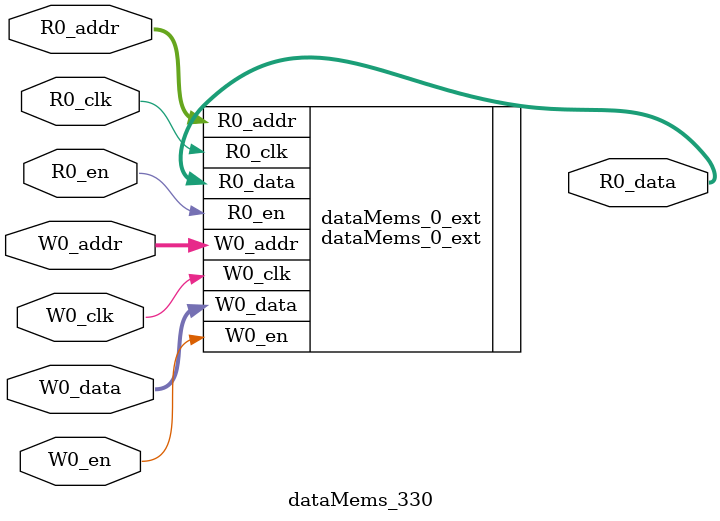
<source format=sv>
`ifndef RANDOMIZE
  `ifdef RANDOMIZE_REG_INIT
    `define RANDOMIZE
  `endif // RANDOMIZE_REG_INIT
`endif // not def RANDOMIZE
`ifndef RANDOMIZE
  `ifdef RANDOMIZE_MEM_INIT
    `define RANDOMIZE
  `endif // RANDOMIZE_MEM_INIT
`endif // not def RANDOMIZE

`ifndef RANDOM
  `define RANDOM $random
`endif // not def RANDOM

// Users can define 'PRINTF_COND' to add an extra gate to prints.
`ifndef PRINTF_COND_
  `ifdef PRINTF_COND
    `define PRINTF_COND_ (`PRINTF_COND)
  `else  // PRINTF_COND
    `define PRINTF_COND_ 1
  `endif // PRINTF_COND
`endif // not def PRINTF_COND_

// Users can define 'ASSERT_VERBOSE_COND' to add an extra gate to assert error printing.
`ifndef ASSERT_VERBOSE_COND_
  `ifdef ASSERT_VERBOSE_COND
    `define ASSERT_VERBOSE_COND_ (`ASSERT_VERBOSE_COND)
  `else  // ASSERT_VERBOSE_COND
    `define ASSERT_VERBOSE_COND_ 1
  `endif // ASSERT_VERBOSE_COND
`endif // not def ASSERT_VERBOSE_COND_

// Users can define 'STOP_COND' to add an extra gate to stop conditions.
`ifndef STOP_COND_
  `ifdef STOP_COND
    `define STOP_COND_ (`STOP_COND)
  `else  // STOP_COND
    `define STOP_COND_ 1
  `endif // STOP_COND
`endif // not def STOP_COND_

// Users can define INIT_RANDOM as general code that gets injected into the
// initializer block for modules with registers.
`ifndef INIT_RANDOM
  `define INIT_RANDOM
`endif // not def INIT_RANDOM

// If using random initialization, you can also define RANDOMIZE_DELAY to
// customize the delay used, otherwise 0.002 is used.
`ifndef RANDOMIZE_DELAY
  `define RANDOMIZE_DELAY 0.002
`endif // not def RANDOMIZE_DELAY

// Define INIT_RANDOM_PROLOG_ for use in our modules below.
`ifndef INIT_RANDOM_PROLOG_
  `ifdef RANDOMIZE
    `ifdef VERILATOR
      `define INIT_RANDOM_PROLOG_ `INIT_RANDOM
    `else  // VERILATOR
      `define INIT_RANDOM_PROLOG_ `INIT_RANDOM #`RANDOMIZE_DELAY begin end
    `endif // VERILATOR
  `else  // RANDOMIZE
    `define INIT_RANDOM_PROLOG_
  `endif // RANDOMIZE
`endif // not def INIT_RANDOM_PROLOG_

// Include register initializers in init blocks unless synthesis is set
`ifndef SYNTHESIS
  `ifndef ENABLE_INITIAL_REG_
    `define ENABLE_INITIAL_REG_
  `endif // not def ENABLE_INITIAL_REG_
`endif // not def SYNTHESIS

// Include rmemory initializers in init blocks unless synthesis is set
`ifndef SYNTHESIS
  `ifndef ENABLE_INITIAL_MEM_
    `define ENABLE_INITIAL_MEM_
  `endif // not def ENABLE_INITIAL_MEM_
`endif // not def SYNTHESIS

module dataMems_330(	// @[generators/ara/src/main/scala/UnsafeAXI4ToTL.scala:365:62]
  input  [4:0]  R0_addr,
  input         R0_en,
  input         R0_clk,
  output [66:0] R0_data,
  input  [4:0]  W0_addr,
  input         W0_en,
  input         W0_clk,
  input  [66:0] W0_data
);

  dataMems_0_ext dataMems_0_ext (	// @[generators/ara/src/main/scala/UnsafeAXI4ToTL.scala:365:62]
    .R0_addr (R0_addr),
    .R0_en   (R0_en),
    .R0_clk  (R0_clk),
    .R0_data (R0_data),
    .W0_addr (W0_addr),
    .W0_en   (W0_en),
    .W0_clk  (W0_clk),
    .W0_data (W0_data)
  );
endmodule


</source>
